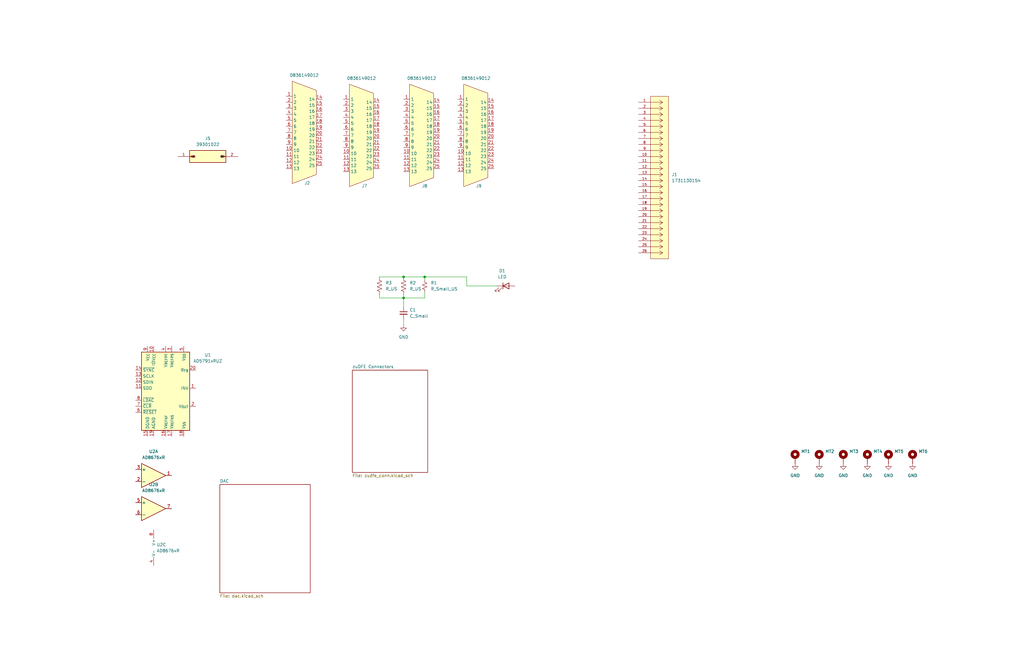
<source format=kicad_sch>
(kicad_sch (version 20250114) (generator "eeschema") (generator_version "9.0")
  (paper "B")
  (lib_symbols
    (symbol "0836149012:0836149012"
      (property "Reference" "J" (at 3.556 -39.878 0))
      (property "Value" "0836149012" (at 0 4.318 0))
      (symbol "0836149012_1_1"
        (polyline (pts (xy -3.81 0) (xy -3.81 -40.64) (xy 6.35 -36.83) (xy 6.35 -1.27) (xy -3.81 2.54) (xy -3.81 -1.27)) (fill (type background)))
        (pin input line (at -6.35 -3.81 0) (length 2.54) (name "1") (number "1"))
        (pin input line (at -6.35 -6.35 0) (length 2.54) (name "2") (number "2"))
        (pin input line (at -6.35 -8.89 0) (length 2.54) (name "3") (number "3"))
        (pin input line (at -6.35 -11.43 0) (length 2.54) (name "4") (number "4"))
        (pin input line (at -6.35 -13.97 0) (length 2.54) (name "5") (number "5"))
        (pin input line (at -6.35 -16.51 0) (length 2.54) (name "6") (number "6"))
        (pin input line (at -6.35 -19.05 0) (length 2.54) (name "7") (number "7"))
        (pin input line (at -6.35 -21.59 0) (length 2.54) (name "8") (number "8"))
        (pin input line (at -6.35 -24.13 0) (length 2.54) (name "9") (number "9"))
        (pin input line (at -6.35 -26.67 0) (length 2.54) (name "10") (number "10"))
        (pin input line (at -6.35 -29.21 0) (length 2.54) (name "11") (number "11"))
        (pin input line (at -6.35 -31.75 0) (length 2.54) (name "12") (number "12"))
        (pin input line (at -6.35 -34.29 0) (length 2.54) (name "13") (number "13"))
        (pin input line (at 8.89 -5.08 180) (length 2.54) (name "14") (number "14"))
        (pin input line (at 8.89 -7.62 180) (length 2.54) (name "15") (number "15"))
        (pin input line (at 8.89 -10.16 180) (length 2.54) (name "16") (number "16"))
        (pin input line (at 8.89 -12.7 180) (length 2.54) (name "17") (number "17"))
        (pin input line (at 8.89 -15.24 180) (length 2.54) (name "18") (number "18"))
        (pin input line (at 8.89 -17.78 180) (length 2.54) (name "19") (number "19"))
        (pin input line (at 8.89 -20.32 180) (length 2.54) (name "20") (number "20"))
        (pin input line (at 8.89 -22.86 180) (length 2.54) (name "21") (number "21"))
        (pin input line (at 8.89 -25.4 180) (length 2.54) (name "22") (number "22"))
        (pin input line (at 8.89 -27.94 180) (length 2.54) (name "23") (number "23"))
        (pin input line (at 8.89 -30.48 180) (length 2.54) (name "24") (number "24"))
        (pin input line (at 8.89 -33.02 180) (length 2.54) (name "25") (number "25"))
      )
    )
    (symbol "1731130154:1731130154" (pin_names (offset 1.016))
      (property "Reference" "J" (at 4.1656 5.3086 0))
      (property "Value" "1731130154" (at 4.8006 -31.5214 0))
      (symbol "1731130154_0_0"
        (rectangle (start 5.08 -66.04) (end 12.7 2.54) (stroke (width 0.1524)) (fill (type background)))
        (polyline (pts (xy 10.16 0) (xy 5.08 0)) (stroke (width 0.1524)))
        (polyline (pts (xy 10.16 0) (xy 8.89 0.8382)) (stroke (width 0.1524)))
        (polyline (pts (xy 10.16 0) (xy 8.89 -0.8382)) (stroke (width 0.1524)))
        (polyline (pts (xy 10.16 -2.54) (xy 5.08 -2.54)) (stroke (width 0.1524)))
        (polyline (pts (xy 10.16 -2.54) (xy 8.89 -1.7018)) (stroke (width 0.1524)))
        (polyline (pts (xy 10.16 -2.54) (xy 8.89 -3.3782)) (stroke (width 0.1524)))
        (polyline (pts (xy 10.16 -5.08) (xy 5.08 -5.08)) (stroke (width 0.1524)))
        (polyline (pts (xy 10.16 -5.08) (xy 8.89 -4.2418)) (stroke (width 0.1524)))
        (polyline (pts (xy 10.16 -5.08) (xy 8.89 -5.9182)) (stroke (width 0.1524)))
        (polyline (pts (xy 10.16 -7.62) (xy 5.08 -7.62)) (stroke (width 0.1524)))
        (polyline (pts (xy 10.16 -7.62) (xy 8.89 -6.7818)) (stroke (width 0.1524)))
        (polyline (pts (xy 10.16 -7.62) (xy 8.89 -8.4582)) (stroke (width 0.1524)))
        (polyline (pts (xy 10.16 -10.16) (xy 5.08 -10.16)) (stroke (width 0.1524)))
        (polyline (pts (xy 10.16 -10.16) (xy 8.89 -9.3218)) (stroke (width 0.1524)))
        (polyline (pts (xy 10.16 -10.16) (xy 8.89 -10.9982)) (stroke (width 0.1524)))
        (polyline (pts (xy 10.16 -12.7) (xy 5.08 -12.7)) (stroke (width 0.1524)))
        (polyline (pts (xy 10.16 -12.7) (xy 8.89 -11.8618)) (stroke (width 0.1524)))
        (polyline (pts (xy 10.16 -12.7) (xy 8.89 -13.5382)) (stroke (width 0.1524)))
        (polyline (pts (xy 10.16 -15.24) (xy 5.08 -15.24)) (stroke (width 0.1524)))
        (polyline (pts (xy 10.16 -15.24) (xy 8.89 -14.4018)) (stroke (width 0.1524)))
        (polyline (pts (xy 10.16 -15.24) (xy 8.89 -16.0782)) (stroke (width 0.1524)))
        (polyline (pts (xy 10.16 -17.78) (xy 5.08 -17.78)) (stroke (width 0.1524)))
        (polyline (pts (xy 10.16 -17.78) (xy 8.89 -16.9418)) (stroke (width 0.1524)))
        (polyline (pts (xy 10.16 -17.78) (xy 8.89 -18.6182)) (stroke (width 0.1524)))
        (polyline (pts (xy 10.16 -20.32) (xy 5.08 -20.32)) (stroke (width 0.1524)))
        (polyline (pts (xy 10.16 -20.32) (xy 8.89 -19.4818)) (stroke (width 0.1524)))
        (polyline (pts (xy 10.16 -20.32) (xy 8.89 -21.1582)) (stroke (width 0.1524)))
        (polyline (pts (xy 10.16 -22.86) (xy 5.08 -22.86)) (stroke (width 0.1524)))
        (polyline (pts (xy 10.16 -22.86) (xy 8.89 -22.0218)) (stroke (width 0.1524)))
        (polyline (pts (xy 10.16 -22.86) (xy 8.89 -23.6982)) (stroke (width 0.1524)))
        (polyline (pts (xy 10.16 -25.4) (xy 5.08 -25.4)) (stroke (width 0.1524)))
        (polyline (pts (xy 10.16 -25.4) (xy 8.89 -24.5618)) (stroke (width 0.1524)))
        (polyline (pts (xy 10.16 -25.4) (xy 8.89 -26.2382)) (stroke (width 0.1524)))
        (polyline (pts (xy 10.16 -27.94) (xy 5.08 -27.94)) (stroke (width 0.1524)))
        (polyline (pts (xy 10.16 -27.94) (xy 8.89 -27.1018)) (stroke (width 0.1524)))
        (polyline (pts (xy 10.16 -27.94) (xy 8.89 -28.7782)) (stroke (width 0.1524)))
        (polyline (pts (xy 10.16 -30.48) (xy 5.08 -30.48)) (stroke (width 0.1524)))
        (polyline (pts (xy 10.16 -30.48) (xy 8.89 -29.6418)) (stroke (width 0.1524)))
        (polyline (pts (xy 10.16 -30.48) (xy 8.89 -31.3182)) (stroke (width 0.1524)))
        (polyline (pts (xy 10.16 -33.02) (xy 5.08 -33.02)) (stroke (width 0.1524)))
        (polyline (pts (xy 10.16 -33.02) (xy 8.89 -32.1818)) (stroke (width 0.1524)))
        (polyline (pts (xy 10.16 -33.02) (xy 8.89 -33.8582)) (stroke (width 0.1524)))
        (polyline (pts (xy 10.16 -35.56) (xy 5.08 -35.56)) (stroke (width 0.1524)))
        (polyline (pts (xy 10.16 -35.56) (xy 8.89 -34.7218)) (stroke (width 0.1524)))
        (polyline (pts (xy 10.16 -35.56) (xy 8.89 -36.3982)) (stroke (width 0.1524)))
        (polyline (pts (xy 10.16 -38.1) (xy 5.08 -38.1)) (stroke (width 0.1524)))
        (polyline (pts (xy 10.16 -38.1) (xy 8.89 -37.2618)) (stroke (width 0.1524)))
        (polyline (pts (xy 10.16 -38.1) (xy 8.89 -38.9382)) (stroke (width 0.1524)))
        (polyline (pts (xy 10.16 -40.64) (xy 5.08 -40.64)) (stroke (width 0.1524)))
        (polyline (pts (xy 10.16 -40.64) (xy 8.89 -39.8018)) (stroke (width 0.1524)))
        (polyline (pts (xy 10.16 -40.64) (xy 8.89 -41.4782)) (stroke (width 0.1524)))
        (polyline (pts (xy 10.16 -43.18) (xy 5.08 -43.18)) (stroke (width 0.1524)))
        (polyline (pts (xy 10.16 -43.18) (xy 8.89 -42.3418)) (stroke (width 0.1524)))
        (polyline (pts (xy 10.16 -43.18) (xy 8.89 -44.0182)) (stroke (width 0.1524)))
        (polyline (pts (xy 10.16 -45.72) (xy 5.08 -45.72)) (stroke (width 0.1524)))
        (polyline (pts (xy 10.16 -45.72) (xy 8.89 -44.8818)) (stroke (width 0.1524)))
        (polyline (pts (xy 10.16 -45.72) (xy 8.89 -46.5582)) (stroke (width 0.1524)))
        (polyline (pts (xy 10.16 -48.26) (xy 5.08 -48.26)) (stroke (width 0.1524)))
        (polyline (pts (xy 10.16 -48.26) (xy 8.89 -47.4218)) (stroke (width 0.1524)))
        (polyline (pts (xy 10.16 -48.26) (xy 8.89 -49.0982)) (stroke (width 0.1524)))
        (polyline (pts (xy 10.16 -50.8) (xy 5.08 -50.8)) (stroke (width 0.1524)))
        (polyline (pts (xy 10.16 -50.8) (xy 8.89 -49.9618)) (stroke (width 0.1524)))
        (polyline (pts (xy 10.16 -50.8) (xy 8.89 -51.6382)) (stroke (width 0.1524)))
        (polyline (pts (xy 10.16 -53.34) (xy 5.08 -53.34)) (stroke (width 0.1524)))
        (polyline (pts (xy 10.16 -53.34) (xy 8.89 -52.5018)) (stroke (width 0.1524)))
        (polyline (pts (xy 10.16 -53.34) (xy 8.89 -54.1782)) (stroke (width 0.1524)))
        (polyline (pts (xy 10.16 -55.88) (xy 5.08 -55.88)) (stroke (width 0.1524)))
        (polyline (pts (xy 10.16 -55.88) (xy 8.89 -55.0418)) (stroke (width 0.1524)))
        (polyline (pts (xy 10.16 -55.88) (xy 8.89 -56.7182)) (stroke (width 0.1524)))
        (polyline (pts (xy 10.16 -58.42) (xy 5.08 -58.42)) (stroke (width 0.1524)))
        (polyline (pts (xy 10.16 -58.42) (xy 8.89 -57.5818)) (stroke (width 0.1524)))
        (polyline (pts (xy 10.16 -58.42) (xy 8.89 -59.2582)) (stroke (width 0.1524)))
        (polyline (pts (xy 10.16 -60.96) (xy 5.08 -60.96)) (stroke (width 0.1524)))
        (polyline (pts (xy 10.16 -60.96) (xy 8.89 -60.1218)) (stroke (width 0.1524)))
        (polyline (pts (xy 10.16 -60.96) (xy 8.89 -61.7982)) (stroke (width 0.1524)))
        (polyline (pts (xy 10.16 -63.5) (xy 5.08 -63.5)) (stroke (width 0.1524)))
        (polyline (pts (xy 10.16 -63.5) (xy 8.89 -62.6618)) (stroke (width 0.1524)))
        (polyline (pts (xy 10.16 -63.5) (xy 8.89 -64.3382)) (stroke (width 0.1524)))
        (pin passive line (at 0 0 0) (length 5.08) (name "~") (number "1"))
        (pin passive line (at 0 -2.54 0) (length 5.08) (name "~") (number "2"))
        (pin passive line (at 0 -5.08 0) (length 5.08) (name "~") (number "3"))
        (pin passive line (at 0 -7.62 0) (length 5.08) (name "~") (number "4"))
        (pin passive line (at 0 -10.16 0) (length 5.08) (name "~") (number "5"))
        (pin passive line (at 0 -12.7 0) (length 5.08) (name "~") (number "6"))
        (pin passive line (at 0 -15.24 0) (length 5.08) (name "~") (number "7"))
        (pin passive line (at 0 -17.78 0) (length 5.08) (name "~") (number "8"))
        (pin passive line (at 0 -20.32 0) (length 5.08) (name "~") (number "9"))
        (pin passive line (at 0 -22.86 0) (length 5.08) (name "~") (number "10"))
        (pin passive line (at 0 -25.4 0) (length 5.08) (name "~") (number "11"))
        (pin passive line (at 0 -27.94 0) (length 5.08) (name "~") (number "12"))
        (pin passive line (at 0 -30.48 0) (length 5.08) (name "~") (number "13"))
        (pin passive line (at 0 -33.02 0) (length 5.08) (name "~") (number "14"))
        (pin passive line (at 0 -35.56 0) (length 5.08) (name "~") (number "15"))
        (pin passive line (at 0 -38.1 0) (length 5.08) (name "~") (number "16"))
        (pin passive line (at 0 -40.64 0) (length 5.08) (name "~") (number "17"))
        (pin passive line (at 0 -43.18 0) (length 5.08) (name "~") (number "18"))
        (pin passive line (at 0 -45.72 0) (length 5.08) (name "~") (number "19"))
        (pin passive line (at 0 -48.26 0) (length 5.08) (name "~") (number "20"))
        (pin passive line (at 0 -50.8 0) (length 5.08) (name "~") (number "21"))
        (pin passive line (at 0 -53.34 0) (length 5.08) (name "~") (number "22"))
        (pin passive line (at 0 -55.88 0) (length 5.08) (name "~") (number "23"))
        (pin passive line (at 0 -58.42 0) (length 5.08) (name "~") (number "24"))
        (pin passive line (at 0 -60.96 0) (length 5.08) (name "~") (number "25"))
        (pin passive line (at 0 -63.5 0) (length 5.08) (name "~") (number "26"))
      )
    )
    (symbol "39301022:39301022" (pin_names (offset 1.016))
      (property "Reference" "J" (at -7.62 3.81 0))
      (property "Value" "39301022" (at -7.62 -5.08 0))
      (symbol "39301022_0_0"
        (polyline (pts (xy -7.62 0) (xy -5.715 0)) (stroke (width 0.254)))
        (rectangle (start -7.62 -2.54) (end 7.62 2.54) (stroke (width 0.254)) (fill (type background)))
        (rectangle (start -6.985 -0.3175) (end -5.3975 0.3175) (stroke (width 0.1)) (fill (type outline)))
        (rectangle (start 5.3975 -0.3175) (end 6.985 0.3175) (stroke (width 0.1)) (fill (type outline)))
        (polyline (pts (xy 7.62 0) (xy 5.715 0)) (stroke (width 0.254)))
        (pin passive line (at -12.7 0 0) (length 5.08) (name "1") (number "1"))
        (pin passive line (at 12.7 0 180) (length 5.08) (name "2") (number "2"))
      )
    )
    (symbol "Amplifier_Operational:AD8676xR" (pin_names (offset 0.127))
      (property "Reference" "U" (at 2.54 6.35 0))
      (property "Value" "AD8676xR" (at 2.54 3.81 0))
      (symbol "AD8676xR_1_1"
        (polyline (pts (xy 5.08 0) (xy -5.08 5.08) (xy -5.08 -5.08) (xy 5.08 0)) (stroke (width 0.254)) (fill (type background)))
        (pin input line (at -7.62 2.54 0) (length 2.54) (name "+") (number "3"))
        (pin input line (at -7.62 -2.54 0) (length 2.54) (name "-") (number "2"))
        (pin output line (at 7.62 0 180) (length 2.54) (name "~") (number "1"))
      )
      (symbol "AD8676xR_2_1"
        (polyline (pts (xy 5.08 0) (xy -5.08 5.08) (xy -5.08 -5.08) (xy 5.08 0)) (stroke (width 0.254)) (fill (type background)))
        (pin input line (at -7.62 2.54 0) (length 2.54) (name "+") (number "5"))
        (pin input line (at -7.62 -2.54 0) (length 2.54) (name "-") (number "6"))
        (pin output line (at 7.62 0 180) (length 2.54) (name "~") (number "7"))
      )
      (symbol "AD8676xR_3_1"
        (pin power_in line (at 0 7.62 270) (length 3.81) (name "V+") (number "8"))
        (pin power_in line (at 0 -7.62 90) (length 3.81) (name "V-") (number "4"))
      )
    )
    (symbol "Analog_DAC:AD5791xRUZ"
      (property "Reference" "U" (at -10.16 15.875 0))
      (property "Value" "AD5791xRUZ" (at -10.16 13.97 0))
      (symbol "AD5791xRUZ_1_1"
        (rectangle (start -10.16 15.24) (end 10.16 -17.78) (stroke (width 0.254)) (fill (type background)))
        (pin input line (at -12.7 7.62 0) (length 2.54) (name "~{SYNC}") (number "14"))
        (pin input line (at -12.7 5.08 0) (length 2.54) (name "SCLK") (number "13"))
        (pin input line (at -12.7 2.54 0) (length 2.54) (name "SDIN") (number "12"))
        (pin output line (at -12.7 0 0) (length 2.54) (name "SDO") (number "11"))
        (pin input line (at -12.7 -5.08 0) (length 2.54) (name "~{LDAC}") (number "8"))
        (pin input line (at -12.7 -7.62 0) (length 2.54) (name "~{CLR}") (number "7"))
        (pin input line (at -12.7 -10.16 0) (length 2.54) (name "~{RESET}") (number "6"))
        (pin power_in line (at -7.62 17.78 270) (length 2.54) (name "V_{CC}") (number "9"))
        (pin power_in line (at -7.62 -20.32 90) (length 2.54) (name "DGND") (number "15"))
        (pin power_in line (at -5.08 17.78 270) (length 2.54) (name "IOV_{CC}") (number "10"))
        (pin power_in line (at -5.08 -20.32 90) (length 2.54) (name "AGND") (number "19"))
        (pin input line (at 0 17.78 270) (length 2.54) (name "V_{REFPF}") (number "4"))
        (pin input line (at 0 -20.32 90) (length 2.54) (name "V_{REFNF}") (number "16"))
        (pin output line (at 2.54 17.78 270) (length 2.54) (name "V_{REFPS}") (number "3"))
        (pin output line (at 2.54 -20.32 90) (length 2.54) (name "V_{REFNS}") (number "17"))
        (pin power_in line (at 7.62 17.78 270) (length 2.54) (name "V_{DD}") (number "5"))
        (pin power_in line (at 7.62 -20.32 90) (length 2.54) (name "V_{SS}") (number "18"))
        (pin passive line (at 12.7 7.62 180) (length 2.54) (name "R_{FB}") (number "20"))
        (pin output line (at 12.7 0 180) (length 2.54) (name "INV") (number "1"))
        (pin output line (at 12.7 -7.62 180) (length 2.54) (name "V_{OUT}") (number "2"))
      )
    )
    (symbol "Device:C_Small" (pin_numbers (hide yes)) (pin_names (offset 0.254) (hide yes))
      (property "Reference" "C" (at 0.254 1.778 0))
      (property "Value" "C_Small" (at 0.254 -2.032 0))
      (symbol "C_Small_0_1"
        (polyline (pts (xy -1.524 0.508) (xy 1.524 0.508)) (stroke (width 0.3048)))
        (polyline (pts (xy -1.524 -0.508) (xy 1.524 -0.508)) (stroke (width 0.3302)))
      )
      (symbol "C_Small_1_1"
        (pin passive line (at 0 2.54 270) (length 2.032) (name "~") (number "1"))
        (pin passive line (at 0 -2.54 90) (length 2.032) (name "~") (number "2"))
      )
    )
    (symbol "Device:LED" (pin_numbers (hide yes)) (pin_names (offset 1.016) (hide yes))
      (property "Reference" "D" (at 0 2.54 0))
      (property "Value" "LED" (at 0 -2.54 0))
      (symbol "LED_0_1"
        (polyline (pts (xy -3.048 -0.762) (xy -4.572 -2.286) (xy -3.81 -2.286) (xy -4.572 -2.286) (xy -4.572 -1.524)))
        (polyline (pts (xy -1.778 -0.762) (xy -3.302 -2.286) (xy -2.54 -2.286) (xy -3.302 -2.286) (xy -3.302 -1.524)))
        (polyline (pts (xy -1.27 0) (xy 1.27 0)))
        (polyline (pts (xy -1.27 -1.27) (xy -1.27 1.27)) (stroke (width 0.254)))
        (polyline (pts (xy 1.27 -1.27) (xy 1.27 1.27) (xy -1.27 0) (xy 1.27 -1.27)) (stroke (width 0.254)))
      )
      (symbol "LED_1_1"
        (pin passive line (at -3.81 0 0) (length 2.54) (name "K") (number "1"))
        (pin passive line (at 3.81 0 180) (length 2.54) (name "A") (number "2"))
      )
    )
    (symbol "Device:R_Small_US" (pin_numbers (hide yes)) (pin_names (offset 0.254) (hide yes))
      (property "Reference" "R" (at 0.762 0.508 0))
      (property "Value" "R_Small_US" (at 0.762 -1.016 0))
      (symbol "R_Small_US_1_1"
        (polyline (pts (xy 0 1.524) (xy 1.016 1.143) (xy 0 0.762) (xy -1.016 0.381) (xy 0 0)))
        (polyline (pts (xy 0 0) (xy 1.016 -0.381) (xy 0 -0.762) (xy -1.016 -1.143) (xy 0 -1.524)))
        (pin passive line (at 0 2.54 270) (length 1.016) (name "~") (number "1"))
        (pin passive line (at 0 -2.54 90) (length 1.016) (name "~") (number "2"))
      )
    )
    (symbol "Device:R_US" (pin_numbers (hide yes)) (pin_names (offset 0))
      (property "Reference" "R" (at 2.54 0 90))
      (property "Value" "R_US" (at -2.54 0 90))
      (symbol "R_US_0_1"
        (polyline (pts (xy 0 2.286) (xy 0 2.54)))
        (polyline (pts (xy 0 2.286) (xy 1.016 1.905) (xy 0 1.524) (xy -1.016 1.143) (xy 0 0.762)))
        (polyline (pts (xy 0 0.762) (xy 1.016 0.381) (xy 0 0) (xy -1.016 -0.381) (xy 0 -0.762)))
        (polyline (pts (xy 0 -0.762) (xy 1.016 -1.143) (xy 0 -1.524) (xy -1.016 -1.905) (xy 0 -2.286)))
        (polyline (pts (xy 0 -2.286) (xy 0 -2.54)))
      )
      (symbol "R_US_1_1"
        (pin passive line (at 0 3.81 270) (length 1.27) (name "~") (number "1"))
        (pin passive line (at 0 -3.81 90) (length 1.27) (name "~") (number "2"))
      )
    )
    (symbol "GND_1" (power) (pin_numbers (hide yes)) (pin_names (offset 0) (hide yes))
      (property "Value" "GND" (at 0 -3.81 0))
      (symbol "GND_1_0_1"
        (polyline (pts (xy 0 0) (xy 0 -1.27) (xy 1.27 -1.27) (xy 0 -2.54) (xy -1.27 -1.27) (xy 0 -1.27)))
      )
      (symbol "GND_1_1_1"
        (pin power_in line (at 0 0 270) (length 0) (name "~") (number "1"))
      )
    )
    (symbol "Mechanical:MountingHole_Pad" (pin_numbers (hide yes)) (pin_names (offset 1.016) (hide yes)) (in_bom no)
      (property "Reference" "H" (at 0 6.35 0))
      (property "Value" "MountingHole_Pad" (at 0 4.445 0))
      (symbol "MountingHole_Pad_0_1"
        (circle (center 0 1.27) (radius 1.27) (stroke (width 1.27)))
      )
      (symbol "MountingHole_Pad_1_1"
        (pin input line (at 0 -2.54 90) (length 2.54) (name "1") (number "1"))
      )
    )
    (symbol "power:GND" (power) (pin_names (offset 0))
      (property "Value" "GND" (at 0 -3.81 0))
      (symbol "GND_0_1"
        (polyline (pts (xy 0 0) (xy 0 -1.27) (xy 1.27 -1.27) (xy 0 -2.54) (xy -1.27 -1.27) (xy 0 -1.27)))
      )
      (symbol "GND_1_1"
        (pin power_in line (at 0 0 270) (length 0) (hide yes) (name "GND") (number "1"))
      )
    )
  )
  (junction (at 170.18 125.73))
  (junction (at 179.07 116.84))
  (junction (at 170.18 116.84))
  (wire (pts (xy 170.18 125.73) (xy 170.18 129.54)))
  (wire (pts (xy 196.85 116.84) (xy 179.07 116.84)))
  (wire (pts (xy 209.55 120.65) (xy 196.85 120.65)))
  (wire (pts (xy 179.07 123.19) (xy 179.07 125.73)))
  (wire (pts (xy 170.18 124.46) (xy 170.18 125.73)))
  (wire (pts (xy 160.02 125.73) (xy 170.18 125.73)))
  (wire (pts (xy 179.07 125.73) (xy 170.18 125.73)))
  (wire (pts (xy 170.18 137.16) (xy 170.18 134.62)))
  (wire (pts (xy 196.85 120.65) (xy 196.85 116.84)))
  (wire (pts (xy 160.02 124.46) (xy 160.02 125.73)))
  (wire (pts (xy 170.18 116.84) (xy 179.07 116.84)))
  (wire (pts (xy 179.07 116.84) (xy 179.07 118.11)))
  (wire (pts (xy 160.02 116.84) (xy 170.18 116.84)))
  (symbol (lib_id "1731130154:1731130154") (at 269.24 43.18 0) (unit 1)
    (property "Reference" "J1" (at 283.21 73.6599 0) (effects (justify left)))
    (property "Value" "1731130154" (at 283.21 76.1999 0) (effects (justify left)))
    (property "Footprint" "myparts:CONN_F15-26P135G0-5979_MOL" (effects (hide yes)))
    (property "MFR_NAME" "Molex Connector Corporation" (effects (hide yes)))
    (property "MANUFACTURER_PART_NUMBER" "1731130154" (effects (hide yes)))
  )
  (symbol (lib_id "Mechanical:MountingHole_Pad") (at 345.44 193.04 0) (unit 1) (in_bom no)
    (property "Reference" "MT2" (at 347.98 190.4999 0) (effects (justify left)))
    (property "Value" "MountingHole_Pad" (effects (hide yes)))
    (property "Footprint" "MountingHole:MountingHole_4.3mm_M4_DIN965_Pad" (effects (hide yes)))
    (property "Description" "Mounting Hole with connection" (effects (hide yes)))
  )
  (symbol (lib_id "Mechanical:MountingHole_Pad") (at 355.6 193.04 0) (unit 1) (in_bom no)
    (property "Reference" "MT3" (at 358.14 190.4999 0) (effects (justify left)))
    (property "Value" "MountingHole_Pad" (effects (hide yes)))
    (property "Footprint" "MountingHole:MountingHole_4.3mm_M4_DIN965_Pad" (effects (hide yes)))
    (property "Description" "Mounting Hole with connection" (effects (hide yes)))
  )
  (symbol (lib_id "power:GND") (at 170.18 137.16 0) (unit 1)
    (property "Reference" "#PWR1" (effects (hide yes)))
    (property "Value" "GND" (at 170.18 142.24 0))
    (property "Description" "Power symbol creates a global label with name \"GND\" , ground" (effects (hide yes)))
  )
  (symbol (lib_name "GND_1") (lib_id "power:GND") (at 335.28 195.58 0) (unit 1)
    (property "Reference" "#PWR02" (effects (hide yes)))
    (property "Value" "GND" (at 335.28 200.66 0))
    (property "Description" "Power symbol creates a global label with name \"GND\" , ground" (effects (hide yes)))
  )
  (symbol (lib_id "Device:R_US") (at 170.18 120.65 0) (unit 1)
    (property "Reference" "R2" (at 172.72 119.3799 0) (effects (justify left)))
    (property "Value" "R_US" (at 172.72 121.9199 0) (effects (justify left)))
    (property "Footprint" "Resistor_SMD:R_0402_1005Metric" (effects (hide yes)))
    (property "Description" "Resistor, US symbol" (effects (hide yes)))
  )
  (symbol (lib_name "GND_1") (lib_id "power:GND") (at 355.6 195.58 0) (unit 1)
    (property "Reference" "#PWR04" (effects (hide yes)))
    (property "Value" "GND" (at 355.6 200.66 0))
    (property "Description" "Power symbol creates a global label with name \"GND\" , ground" (effects (hide yes)))
  )
  (symbol (lib_id "0836149012:0836149012") (at 176.53 38.1 0) (unit 1)
    (property "Reference" "J8" (at 179.07 78.486 0))
    (property "Value" "0836149012" (at 177.8 33.02 0))
    (property "Footprint" "myparts:0836149012" (effects (hide yes)))
  )
  (symbol (lib_id "Mechanical:MountingHole_Pad") (at 335.28 193.04 0) (unit 1) (in_bom no)
    (property "Reference" "MT1" (at 337.82 190.4999 0) (effects (justify left)))
    (property "Value" "MountingHole_Pad" (effects (hide yes)))
    (property "Footprint" "MountingHole:MountingHole_4.3mm_M4_DIN965_Pad" (effects (hide yes)))
    (property "Description" "Mounting Hole with connection" (effects (hide yes)))
  )
  (symbol (lib_name "GND_1") (lib_id "power:GND") (at 365.76 195.58 0) (unit 1)
    (property "Reference" "#PWR05" (effects (hide yes)))
    (property "Value" "GND" (at 365.76 200.66 0))
    (property "Description" "Power symbol creates a global label with name \"GND\" , ground" (effects (hide yes)))
  )
  (symbol (lib_id "Mechanical:MountingHole_Pad") (at 384.81 193.04 0) (unit 1) (in_bom no)
    (property "Reference" "MT6" (at 387.35 190.4999 0) (effects (justify left)))
    (property "Value" "MountingHole_Pad" (effects (hide yes)))
    (property "Footprint" "MountingHole:MountingHole_4.3mm_M4_DIN965_Pad" (effects (hide yes)))
    (property "Description" "Mounting Hole with connection" (effects (hide yes)))
  )
  (symbol (lib_id "Analog_DAC:AD5791xRUZ") (at 69.85 163.83 0) (unit 1)
    (property "Reference" "U1" (at 87.63 149.7898 0))
    (property "Value" "AD5791xRUZ" (at 87.63 152.3298 0))
    (property "Footprint" "Package_SO:TSSOP-20_4.4x6.5mm_P0.65mm" (effects (hide yes)))
    (property "Datasheet" "https://www.analog.com/media/en/technical-documentation/data-sheets/ad5791.pdf" (effects (hide yes)))
    (property "Description" "1 ppm, 20-Bit, ±1 LSB INL, Voltage Output DAC, TSSOP-20" (effects (hide yes)))
  )
  (symbol (lib_id "Amplifier_Operational:AD8676xR") (at 64.77 200.66 0) (unit 1)
    (property "Reference" "U2" (at 64.77 190.5 0))
    (property "Value" "AD8676xR" (at 64.77 193.04 0))
    (property "Footprint" "Package_SO:SOIC-8_3.9x4.9mm_P1.27mm" (effects (hide yes)))
    (property "Datasheet" "https://www.analog.com/media/en/technical-documentation/data-sheets/AD8676.pdf" (effects (hide yes)))
    (property "Description" "Dual operational amplifier, Ultra-precision, 36V, Rail-to-rail output, SOIC-8" (effects (hide yes)))
  )
  (symbol (lib_id "0836149012:0836149012") (at 199.39 38.1 0) (unit 1)
    (property "Reference" "J9" (at 201.93 78.486 0))
    (property "Value" "0836149012" (at 200.66 33.02 0))
    (property "Footprint" "myparts:0836149012" (effects (hide yes)))
  )
  (symbol (lib_name "GND_1") (lib_id "power:GND") (at 345.44 195.58 0) (unit 1)
    (property "Reference" "#PWR03" (effects (hide yes)))
    (property "Value" "GND" (at 345.44 200.66 0))
    (property "Description" "Power symbol creates a global label with name \"GND\" , ground" (effects (hide yes)))
  )
  (symbol (lib_name "GND_1") (lib_id "power:GND") (at 384.81 195.58 0) (unit 1)
    (property "Reference" "#PWR07" (effects (hide yes)))
    (property "Value" "GND" (at 384.81 200.66 0))
    (property "Description" "Power symbol creates a global label with name \"GND\" , ground" (effects (hide yes)))
  )
  (symbol (lib_id "Mechanical:MountingHole_Pad") (at 374.65 193.04 0) (unit 1) (in_bom no)
    (property "Reference" "MT5" (at 377.19 190.4999 0) (effects (justify left)))
    (property "Value" "MountingHole_Pad" (effects (hide yes)))
    (property "Footprint" "MountingHole:MountingHole_4.3mm_M4_DIN965_Pad" (effects (hide yes)))
    (property "Description" "Mounting Hole with connection" (effects (hide yes)))
  )
  (symbol (lib_id "Device:LED") (at 213.36 120.65 0) (unit 1)
    (property "Reference" "D1" (at 211.7725 114.3 0))
    (property "Value" "LED" (at 211.7725 116.84 0))
    (property "Footprint" "LED_SMD:LED_0603_1608Metric" (effects (hide yes)))
    (property "Description" "Light emitting diode" (effects (hide yes)))
  )
  (symbol (lib_id "Mechanical:MountingHole_Pad") (at 365.76 193.04 0) (unit 1) (in_bom no)
    (property "Reference" "MT4" (at 368.3 190.4999 0) (effects (justify left)))
    (property "Value" "MountingHole_Pad" (effects (hide yes)))
    (property "Footprint" "MountingHole:MountingHole_4.3mm_M4_DIN965_Pad" (effects (hide yes)))
    (property "Description" "Mounting Hole with connection" (effects (hide yes)))
  )
  (symbol (lib_id "0836149012:0836149012") (at 127 36.83 0) (unit 1)
    (property "Reference" "J2" (at 129.54 77.216 0))
    (property "Value" "0836149012" (at 128.27 31.75 0))
    (property "Footprint" "myparts:0836149012" (effects (hide yes)))
  )
  (symbol (lib_name "GND_1") (lib_id "power:GND") (at 374.65 195.58 0) (unit 1)
    (property "Reference" "#PWR06" (effects (hide yes)))
    (property "Value" "GND" (at 374.65 200.66 0))
    (property "Description" "Power symbol creates a global label with name \"GND\" , ground" (effects (hide yes)))
  )
  (symbol (lib_id "Device:R_Small_US") (at 179.07 120.65 0) (unit 1)
    (property "Reference" "R1" (at 181.61 119.3799 0) (effects (justify left)))
    (property "Value" "R_Small_US" (at 181.61 121.9199 0) (effects (justify left)))
    (property "Footprint" "Resistor_SMD:R_0402_1005Metric" (effects (hide yes)))
    (property "Description" "Resistor, small US symbol" (effects (hide yes)))
  )
  (symbol (lib_id "39301022:39301022") (at 87.63 66.04 0) (unit 1)
    (property "Reference" "J5" (at 87.63 58.42 0))
    (property "Value" "39301022" (at 87.63 60.96 0))
    (property "Footprint" "myparts:MOLEX_39301022" (effects (hide yes)))
    (property "PARTREV" "A" (effects (hide yes)))
    (property "STANDARD" "Manufacturer Recommendations" (effects (hide yes)))
    (property "MAXIMUM_PACKAGE_HEIGHT" "11.40mm" (effects (hide yes)))
    (property "MANUFACTURER" "Molex" (effects (hide yes)))
  )
  (symbol (lib_id "Amplifier_Operational:AD8676xR") (at 64.77 231.14 0) (unit 3)
    (property "Reference" "U2" (at 66.04 229.8699 0) (effects (justify left)))
    (property "Value" "AD8676xR" (at 66.04 232.4099 0) (effects (justify left)))
    (property "Footprint" "Package_SO:SOIC-8_3.9x4.9mm_P1.27mm" (effects (hide yes)))
    (property "Datasheet" "https://www.analog.com/media/en/technical-documentation/data-sheets/AD8676.pdf" (effects (hide yes)))
    (property "Description" "Dual operational amplifier, Ultra-precision, 36V, Rail-to-rail output, SOIC-8" (effects (hide yes)))
  )
  (symbol (lib_id "Device:R_US") (at 160.02 120.65 0) (unit 1)
    (property "Reference" "R3" (at 162.56 119.3799 0) (effects (justify left)))
    (property "Value" "R_US" (at 162.56 121.9199 0) (effects (justify left)))
    (property "Footprint" "Resistor_SMD:R_0402_1005Metric" (effects (hide yes)))
    (property "Description" "Resistor, US symbol" (effects (hide yes)))
  )
  (symbol (lib_id "Device:C_Small") (at 170.18 132.08 0) (unit 1)
    (property "Reference" "C1" (at 172.72 130.8162 0) (effects (justify left)))
    (property "Value" "C_Small" (at 172.72 133.3562 0) (effects (justify left)))
    (property "Footprint" "Capacitor_SMD:C_0402_1005Metric" (effects (hide yes)))
    (property "Description" "Unpolarized capacitor, small symbol" (effects (hide yes)))
  )
  (symbol (lib_id "Amplifier_Operational:AD8676xR") (at 64.77 214.63 0) (unit 2)
    (property "Reference" "U2" (at 64.77 204.47 0))
    (property "Value" "AD8676xR" (at 64.77 207.01 0))
    (property "Footprint" "Package_SO:SOIC-8_3.9x4.9mm_P1.27mm" (effects (hide yes)))
    (property "Datasheet" "https://www.analog.com/media/en/technical-documentation/data-sheets/AD8676.pdf" (effects (hide yes)))
    (property "Description" "Dual operational amplifier, Ultra-precision, 36V, Rail-to-rail output, SOIC-8" (effects (hide yes)))
  )
  (symbol (lib_id "0836149012:0836149012") (at 151.13 38.1 0) (unit 1)
    (property "Reference" "J7" (at 153.67 78.486 0))
    (property "Value" "0836149012" (at 152.4 33.02 0))
    (property "Footprint" "myparts:0836149012" (effects (hide yes)))
  )
  (sheet (at 148.59 156.21) (size 31.75 43.18) (stroke (width 0.1524))
    (property "Sheetname" "zuDFE Connectors" (at 148.59 155.4984 0) (effects (justify left bottom)))
    (property "Sheetfile" "zudfe_conn.kicad_sch" (at 148.59 199.9746 0) (effects (justify left top)))
  )
  (sheet (at 92.71 204.47) (size 38.1 45.72) (stroke (width 0.1524))
    (property "Sheetname" "DAC" (at 92.71 203.7584 0) (effects (justify left bottom)))
    (property "Sheetfile" "dac.kicad_sch" (at 92.71 250.7746 0) (effects (justify left top)))
  )
)
</source>
